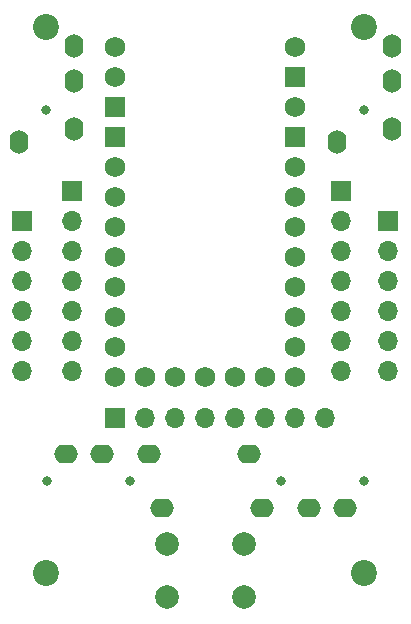
<source format=gts>
G04 #@! TF.GenerationSoftware,KiCad,Pcbnew,(6.0.6)*
G04 #@! TF.CreationDate,2023-06-16T03:16:24+08:00*
G04 #@! TF.ProjectId,handwire microboard,68616e64-7769-4726-9520-6d6963726f62,rev?*
G04 #@! TF.SameCoordinates,Original*
G04 #@! TF.FileFunction,Soldermask,Top*
G04 #@! TF.FilePolarity,Negative*
%FSLAX46Y46*%
G04 Gerber Fmt 4.6, Leading zero omitted, Abs format (unit mm)*
G04 Created by KiCad (PCBNEW (6.0.6)) date 2023-06-16 03:16:24*
%MOMM*%
%LPD*%
G01*
G04 APERTURE LIST*
G04 Aperture macros list*
%AMOutline4P*
0 Free polygon, 4 corners , with rotation*
0 The origin of the aperture is its center*
0 number of corners: always 4*
0 $1 to $8 corner X, Y*
0 $9 Rotation angle, in degrees counterclockwise*
0 create outline with 4 corners*
4,1,4,$1,$2,$3,$4,$5,$6,$7,$8,$1,$2,$9*%
G04 Aperture macros list end*
%ADD10C,0.800000*%
%ADD11O,2.000000X1.600000*%
%ADD12C,2.200000*%
%ADD13O,1.600000X2.000000*%
%ADD14R,1.700000X1.700000*%
%ADD15O,1.700000X1.700000*%
%ADD16C,2.000000*%
%ADD17C,1.752600*%
%ADD18Outline4P,-0.876300X-0.876300X0.876300X-0.876300X0.876300X0.876300X-0.876300X0.876300X270.000000*%
%ADD19R,1.752600X1.752600*%
G04 APERTURE END LIST*
D10*
X166088948Y-115600500D03*
X159088948Y-115600500D03*
D11*
X156388948Y-113300500D03*
X157488948Y-117900500D03*
X161488948Y-117900500D03*
X164488948Y-117900500D03*
D12*
X139192000Y-77216000D03*
X166116000Y-77216000D03*
D10*
X166164948Y-84179500D03*
X166164948Y-77179500D03*
D13*
X163864948Y-86879500D03*
X168464948Y-85779500D03*
X168464948Y-81779500D03*
X168464948Y-78779500D03*
D10*
X139240948Y-77179500D03*
X139240948Y-84179500D03*
D13*
X136940948Y-86879500D03*
X141540948Y-85779500D03*
X141540948Y-81779500D03*
X141540948Y-78779500D03*
D10*
X139316948Y-115601500D03*
X146316948Y-115601500D03*
D11*
X149016948Y-117901500D03*
X147916948Y-113301500D03*
X143916948Y-113301500D03*
X140916948Y-113301500D03*
D12*
X139192000Y-123444000D03*
X166116000Y-123444000D03*
D14*
X141424948Y-91109500D03*
D15*
X141424948Y-93649500D03*
X141424948Y-96189500D03*
X141424948Y-98729500D03*
X141424948Y-101269500D03*
X141424948Y-103809500D03*
X141424948Y-106349500D03*
D14*
X137208948Y-93629500D03*
D15*
X137208948Y-96169500D03*
X137208948Y-98709500D03*
X137208948Y-101249500D03*
X137208948Y-103789500D03*
X137208948Y-106329500D03*
D14*
X168196948Y-93629500D03*
D15*
X168196948Y-96169500D03*
X168196948Y-98709500D03*
X168196948Y-101249500D03*
X168196948Y-103789500D03*
X168196948Y-106329500D03*
D14*
X164157948Y-91109500D03*
D15*
X164157948Y-93649500D03*
X164157948Y-96189500D03*
X164157948Y-98729500D03*
X164157948Y-101269500D03*
X164157948Y-103809500D03*
X164157948Y-106349500D03*
D16*
X149452948Y-120970500D03*
X155952948Y-120970500D03*
X149452948Y-125470500D03*
X155952948Y-125470500D03*
D14*
X145082948Y-110266500D03*
D15*
X147622948Y-110266500D03*
X150162948Y-110266500D03*
X152702948Y-110266500D03*
X155242948Y-110266500D03*
X157782948Y-110266500D03*
X160322948Y-110266500D03*
X162862948Y-110266500D03*
D17*
X145082948Y-78897500D03*
X145082948Y-81437500D03*
D18*
X145082948Y-83977500D03*
X145082948Y-86517500D03*
D17*
X145082948Y-89057500D03*
X145082948Y-91597500D03*
X145082948Y-94137500D03*
X145082948Y-96677500D03*
X145082948Y-99217500D03*
X145082948Y-101757500D03*
X145082948Y-104297500D03*
X145082948Y-106837500D03*
X160322948Y-106837500D03*
X160322948Y-104297500D03*
X160322948Y-101757500D03*
X160322948Y-99217500D03*
X160322948Y-96677500D03*
X160322948Y-94137500D03*
X160322948Y-91597500D03*
X160322948Y-89057500D03*
D19*
X160322948Y-86517500D03*
D17*
X160322948Y-83977500D03*
D18*
X160322948Y-81437500D03*
D17*
X160322948Y-78897500D03*
X147622948Y-106837500D03*
X150162948Y-106837500D03*
X152702948Y-106837500D03*
X155242948Y-106837500D03*
X157782948Y-106837500D03*
M02*

</source>
